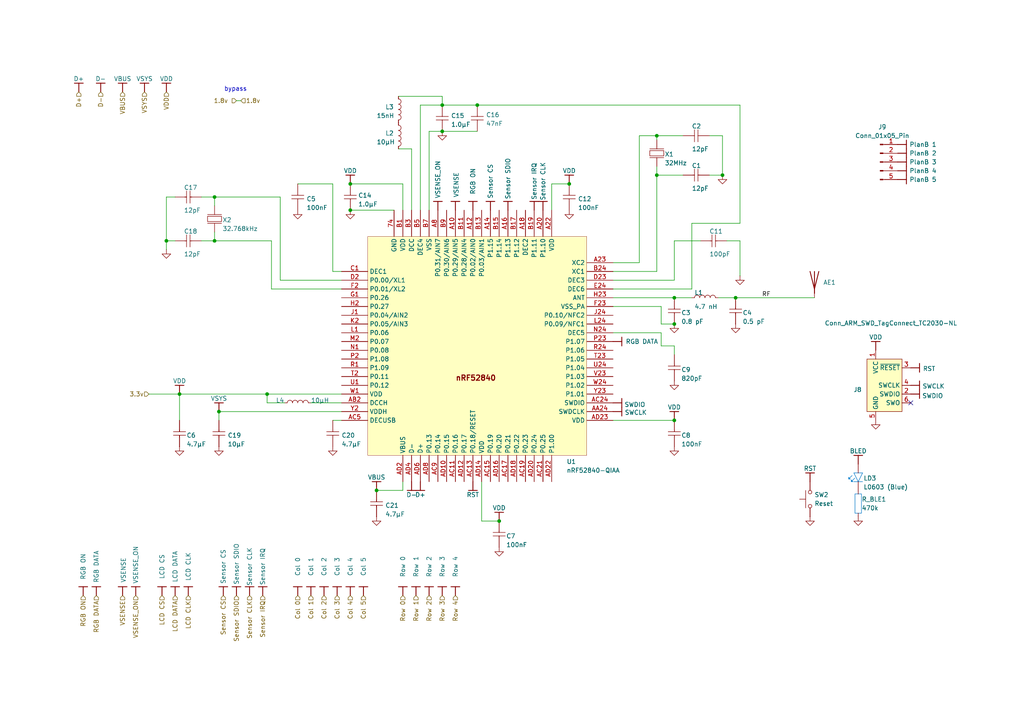
<source format=kicad_sch>
(kicad_sch (version 20250114) (generator "eeschema") (generator_version "9.0")
  (paper "A4")
  (text "bypass" (at 68.326 25.908 0) (effects (font (size 1.27 1.27))))
  (junction (at 109.22 142.24))
  (junction (at 138.43 30.48))
  (junction (at 52.07 114.3))
  (junction (at 77.47 114.3))
  (junction (at 190.5 50.8))
  (junction (at 128.27 38.1))
  (junction (at 144.78 151.13))
  (junction (at 195.58 93.98))
  (junction (at 213.36 86.36))
  (junction (at 62.23 69.85))
  (junction (at 63.5 119.38))
  (junction (at 165.1 53.34))
  (junction (at 48.26 69.85))
  (junction (at 62.23 57.15))
  (junction (at 190.5 39.37))
  (junction (at 128.27 30.48))
  (junction (at 209.55 50.8))
  (junction (at 195.58 86.36))
  (junction (at 101.6 60.96))
  (junction (at 101.6 53.34))
  (junction (at 195.58 121.92))
  (no_connect (at 264.16 116.84))
  (wire (pts (xy 114.3 60.96) (xy 101.6 60.96)))
  (wire (pts (xy 177.8 88.9) (xy 191.77 88.9)))
  (wire (pts (xy 62.23 69.85) (xy 62.23 67.31)))
  (wire (pts (xy 63.5 119.38) (xy 99.06 119.38)))
  (wire (pts (xy 81.28 57.15) (xy 62.23 57.15)))
  (wire (pts (xy 48.26 69.85) (xy 48.26 57.15)))
  (wire (pts (xy 190.5 39.37) (xy 190.5 40.64)))
  (wire (pts (xy 128.27 27.94) (xy 115.57 27.94)))
  (wire (pts (xy 205.74 50.8) (xy 209.55 50.8)))
  (wire (pts (xy 48.26 69.85) (xy 50.8 69.85)))
  (wire (pts (xy 116.84 142.24) (xy 116.84 139.7)))
  (wire (pts (xy 52.07 114.3) (xy 52.07 121.92)))
  (wire (pts (xy 68.58 29.21) (xy 69.85 29.21)))
  (wire (pts (xy 58.42 69.85) (xy 62.23 69.85)))
  (wire (pts (xy 198.12 50.8) (xy 190.5 50.8)))
  (wire (pts (xy 62.23 59.69) (xy 62.23 57.15)))
  (wire (pts (xy 200.66 86.36) (xy 195.58 86.36)))
  (wire (pts (xy 209.55 39.37) (xy 205.74 39.37)))
  (wire (pts (xy 200.66 64.77) (xy 200.66 83.82)))
  (wire (pts (xy 86.36 53.34) (xy 96.52 53.34)))
  (wire (pts (xy 77.47 116.84) (xy 77.47 114.3)))
  (wire (pts (xy 128.27 38.1) (xy 138.43 38.1)))
  (wire (pts (xy 185.42 39.37) (xy 190.5 39.37)))
  (wire (pts (xy 195.58 86.36) (xy 177.8 86.36)))
  (wire (pts (xy 82.55 116.84) (xy 77.47 116.84)))
  (wire (pts (xy 214.63 80.01) (xy 214.63 69.85)))
  (wire (pts (xy 109.22 142.24) (xy 116.84 142.24)))
  (wire (pts (xy 121.92 30.48) (xy 128.27 30.48)))
  (wire (pts (xy 195.58 81.28) (xy 195.58 69.85)))
  (wire (pts (xy 116.84 53.34) (xy 116.84 60.96)))
  (wire (pts (xy 48.26 72.39) (xy 48.26 69.85)))
  (wire (pts (xy 139.7 151.13) (xy 139.7 139.7)))
  (wire (pts (xy 77.47 114.3) (xy 52.07 114.3)))
  (wire (pts (xy 160.02 60.96) (xy 160.02 53.34)))
  (wire (pts (xy 124.46 60.96) (xy 124.46 38.1)))
  (wire (pts (xy 214.63 69.85) (xy 210.82 69.85)))
  (wire (pts (xy 99.06 114.3) (xy 77.47 114.3)))
  (wire (pts (xy 124.46 38.1) (xy 128.27 38.1)))
  (wire (pts (xy 177.8 76.2) (xy 185.42 76.2)))
  (wire (pts (xy 62.23 69.85) (xy 78.74 69.85)))
  (wire (pts (xy 213.36 86.36) (xy 236.22 86.36)))
  (wire (pts (xy 121.92 60.96) (xy 121.92 30.48)))
  (wire (pts (xy 214.63 64.77) (xy 200.66 64.77)))
  (wire (pts (xy 191.77 96.52) (xy 191.77 100.33)))
  (wire (pts (xy 138.43 30.48) (xy 214.63 30.48)))
  (wire (pts (xy 190.5 39.37) (xy 198.12 39.37)))
  (wire (pts (xy 160.02 53.34) (xy 165.1 53.34)))
  (wire (pts (xy 48.26 57.15) (xy 50.8 57.15)))
  (wire (pts (xy 119.38 60.96) (xy 119.38 43.18)))
  (wire (pts (xy 119.38 43.18) (xy 115.57 43.18)))
  (wire (pts (xy 78.74 83.82) (xy 99.06 83.82)))
  (wire (pts (xy 128.27 30.48) (xy 138.43 30.48)))
  (wire (pts (xy 191.77 100.33) (xy 195.58 100.33)))
  (wire (pts (xy 78.74 69.85) (xy 78.74 83.82)))
  (wire (pts (xy 177.8 96.52) (xy 191.77 96.52)))
  (wire (pts (xy 190.5 78.74) (xy 177.8 78.74)))
  (wire (pts (xy 128.27 30.48) (xy 128.27 27.94)))
  (wire (pts (xy 177.8 121.92) (xy 195.58 121.92)))
  (wire (pts (xy 96.52 53.34) (xy 96.52 78.74)))
  (wire (pts (xy 214.63 30.48) (xy 214.63 64.77)))
  (wire (pts (xy 96.52 78.74) (xy 99.06 78.74)))
  (wire (pts (xy 43.18 114.3) (xy 52.07 114.3)))
  (wire (pts (xy 144.78 151.13) (xy 139.7 151.13)))
  (wire (pts (xy 99.06 81.28) (xy 81.28 81.28)))
  (wire (pts (xy 200.66 83.82) (xy 177.8 83.82)))
  (wire (pts (xy 190.5 50.8) (xy 190.5 78.74)))
  (wire (pts (xy 177.8 81.28) (xy 195.58 81.28)))
  (wire (pts (xy 191.77 88.9) (xy 191.77 93.98)))
  (wire (pts (xy 191.77 93.98) (xy 195.58 93.98)))
  (wire (pts (xy 208.28 86.36) (xy 213.36 86.36)))
  (wire (pts (xy 101.6 53.34) (xy 116.84 53.34)))
  (wire (pts (xy 195.58 69.85) (xy 203.2 69.85)))
  (wire (pts (xy 209.55 50.8) (xy 209.55 39.37)))
  (wire (pts (xy 81.28 81.28) (xy 81.28 57.15)))
  (wire (pts (xy 96.52 121.92) (xy 99.06 121.92)))
  (wire (pts (xy 63.5 121.92) (xy 63.5 119.38)))
  (wire (pts (xy 195.58 100.33) (xy 195.58 102.87)))
  (wire (pts (xy 62.23 57.15) (xy 58.42 57.15)))
  (wire (pts (xy 185.42 76.2) (xy 185.42 39.37)))
  (wire (pts (xy 190.5 48.26) (xy 190.5 50.8)))
  (wire (pts (xy 90.17 116.84) (xy 99.06 116.84)))
  (label "RF" (at 220.98 86.36 0))
  (hierarchical_label "Row 0" (shape input) (at 116.84 172.72 270))
  (hierarchical_label "Col 1" (shape input) (at 90.17 172.72 270))
  (hierarchical_label "Sensor CS" (shape input) (at 64.77 172.72 270))
  (hierarchical_label "Sensor IRQ" (shape input) (at 76.2 172.72 270))
  (hierarchical_label "Row 2" (shape input) (at 124.46 172.72 270))
  (hierarchical_label "D+" (shape input) (at 22.86 26.67 270))
  (hierarchical_label "VBUS" (shape input) (at 35.56 26.67 270))
  (hierarchical_label "D-" (shape input) (at 29.21 26.67 270))
  (hierarchical_label "LCD CS" (shape input) (at 46.99 172.72 270))
  (hierarchical_label "1.8v" (shape input) (at 69.85 29.21 0))
  (hierarchical_label "VSYS" (shape input) (at 41.91 26.67 270))
  (hierarchical_label "LCD CLK" (shape input) (at 54.61 172.72 270))
  (hierarchical_label "VSENSE" (shape input) (at 35.56 172.72 270))
  (hierarchical_label "RGB DATA" (shape input) (at 27.94 172.72 270))
  (hierarchical_label "Sensor SDIO" (shape input) (at 68.58 172.72 270))
  (hierarchical_label "Row 1" (shape input) (at 120.65 172.72 270))
  (hierarchical_label "Col 5" (shape input) (at 105.41 172.72 270))
  (hierarchical_label "Col 2" (shape input) (at 93.98 172.72 270))
  (hierarchical_label "RGB ON" (shape input) (at 24.13 172.72 270))
  (hierarchical_label "Row 3" (shape input) (at 128.27 172.72 270))
  (hierarchical_label "Row 4" (shape input) (at 132.08 172.72 270))
  (hierarchical_label "3.3v" (shape input) (at 43.18 114.3 180))
  (hierarchical_label "1.8v " (shape input) (at 68.58 29.21 180))
  (hierarchical_label "Col 0" (shape input) (at 86.36 172.72 270))
  (hierarchical_label "Col 3" (shape input) (at 97.79 172.72 270))
  (hierarchical_label "VSENSE_ON" (shape input) (at 39.37 172.72 270))
  (hierarchical_label "LCD DATA" (shape input) (at 50.8 172.72 270))
  (hierarchical_label "Sensor CLK" (shape input) (at 72.39 172.72 270))
  (hierarchical_label "VDD" (shape input) (at 48.26 26.67 270))
  (hierarchical_label "Col 4" (shape input) (at 101.6 172.72 270))
  (symbol (lib_id "nrf52840_qiaa_config4-altium-import:VBUS_BAR") (at 109.22 142.24 180) (unit 1)
    (property "Reference" "#PWR0164" (effects (hide yes)))
    (property "Value" "VBUS" (at 109.22 138.43 0))
  )
  (symbol (lib_id "AltiumLib:root_3_IND_AltiumLib.DbLib") (at 115.57 35.56 0) (unit 1)
    (property "Reference" "L2" (at 111.76 39.37 0) (effects (justify left bottom)))
    (property "Value" "10µH" (at 109.22 41.91 0) (effects (justify left bottom)))
    (property "Footprint" "Library:L_0603_1608" (effects (hide yes)))
    (property "Description" "Chip inductor, IDC,min = 50 mA, ±20%" (effects (hide yes)))
    (property "PART NUMBER" "L0603-10µ" (effects (hide yes)))
    (property "LATESTREVISIONDATE" "2012-09-19" (effects (hide yes)))
    (property "PAD COUNT" "2" (effects (hide yes)))
    (property "PUBLISHED" "2010-02-24" (effects (hide yes)))
    (property "ALTIUM_VALUE" "10µH" (effects (hide yes)))
    (property "FOOTPRINT DOC" "0603" (effects (hide yes)))
  )
  (symbol (lib_id "power:GND") (at 101.6 60.96 0) (unit 1)
    (property "Reference" "#PWR0163" (effects (hide yes)))
    (property "Value" "GND" (effects (hide yes)))
    (property "Description" "Power symbol creates a global label with name \"GND\" , ground" (effects (hide yes)))
  )
  (symbol (lib_id "npm1100_caax_config1-altium-import:VBUS_BAR") (at 177.8 99.06 90) (unit 1)
    (property "Reference" "#PWR049" (effects (hide yes)))
    (property "Value" "RGB DATA" (at 186.182 99.06 90))
  )
  (symbol (lib_id "power:GND") (at 52.07 129.54 0) (unit 1)
    (property "Reference" "#PWR051" (effects (hide yes)))
    (property "Value" "GND" (effects (hide yes)))
    (property "Description" "Power symbol creates a global label with name \"GND\" , ground" (effects (hide yes)))
  )
  (symbol (lib_id "power:GND") (at 214.63 80.01 0) (unit 1)
    (property "Reference" "#PWR0178" (effects (hide yes)))
    (property "Value" "GND" (effects (hide yes)))
    (property "Description" "Power symbol creates a global label with name \"GND\" , ground" (effects (hide yes)))
  )
  (symbol (lib_id "npm1100_caax_config1-altium-import:VBUS_BAR") (at 90.17 172.72 180) (unit 1)
    (property "Reference" "#PWR095" (effects (hide yes)))
    (property "Value" "Col 1" (at 90.17 164.338 90))
  )
  (symbol (lib_id "nrf52840_qiaa_config4-altium-import:VDD_nRF_BAR") (at 101.6 53.34 180) (unit 1)
    (property "Reference" "#PWR0162" (effects (hide yes)))
    (property "Value" "VDD" (at 101.6 49.53 0))
  )
  (symbol (lib_id "npm1100_caax_config1-altium-import:VBUS_BAR") (at 35.56 26.67 180) (unit 1)
    (property "Reference" "#PWR026" (effects (hide yes)))
    (property "Value" "VBUS" (at 35.56 22.86 0))
  )
  (symbol (lib_id "nrf52840_qiaa_config4-altium-import:VDD_nRF_BAR") (at 144.78 151.13 180) (unit 1)
    (property "Reference" "#PWR0167" (effects (hide yes)))
    (property "Value" "VDD" (at 144.78 147.32 0))
  )
  (symbol (lib_id "power:GND") (at 213.36 93.98 0) (unit 1)
    (property "Reference" "#PWR047" (effects (hide yes)))
    (property "Value" "GND" (effects (hide yes)))
    (property "Description" "Power symbol creates a global label with name \"GND\" , ground" (effects (hide yes)))
  )
  (symbol (lib_id "ScottoKeebs:Placeholder_Switch") (at 234.95 144.78 90) (unit 1)
    (property "Reference" "SW2" (at 236.22 143.5099 90) (effects (justify right)))
    (property "Value" "Reset" (at 236.22 146.0499 90) (effects (justify right)))
    (property "Footprint" "Button_Switch_SMD:SW_SPST_B3U-3000P-B" (effects (hide yes)))
    (property "Description" "Push button switch, generic, two pins" (effects (hide yes)))
  )
  (symbol (lib_id "nrf52840_ckaa_var4-altium-import:VDD_nRF_BAR") (at 177.8 119.38 90) (unit 1)
    (property "Reference" "#PWR0139" (effects (hide yes)))
    (property "Value" "SWCLK" (at 184.404 119.634 90))
  )
  (symbol (lib_id "AltiumLib:root_3_XTAL_2-pin_AltiumLib.DbLib") (at 62.23 59.69 0) (unit 1)
    (property "Reference" "X2" (at 64.516 64.516 0) (effects (justify left bottom)))
    (property "Value" "32.768kHz" (at 64.516 67.056 0) (effects (justify left bottom)))
    (property "Footprint" "EXC-1210:XTAL_ECS32761210TR" (effects (hide yes)))
    (property "Description" "XTAL SMD 3215, 32.768kHz, Cl=9pF, Total Tol: ±50ppm" (effects (hide yes)))
    (property "PART NUMBER" "XTAL_SMD3215_32.768kHz_9pF_General" (effects (hide yes)))
    (property "LATESTREVISIONDATE" "2016-08-19" (effects (hide yes)))
    (property "PAD COUNT" "2" (effects (hide yes)))
    (property "PUBLISHED" "2016-08-19" (effects (hide yes)))
    (property "ALTIUM_VALUE" "32.768kHz" (effects (hide yes)))
    (property "FOOTPRINT DOC" "XTAL_3215" (effects (hide yes)))
    (property "MANUFACTURER" "*" (effects (hide yes)))
    (property "MANUFACTURER PART NUMBER" "*" (effects (hide yes)))
    (property "PIN COUNT" "2" (effects (hide yes)))
    (property "PUBLISHER" "Nordic Semiconductor" (effects (hide yes)))
  )
  (symbol (lib_id "AltiumLib:root_3_CAP_AltiumLib.DbLib") (at 144.78 151.13 0) (unit 1)
    (property "Reference" "C7" (at 146.812 156.21 0) (effects (justify left bottom)))
    (property "Value" "100nF" (at 146.812 158.75 0) (effects (justify left bottom)))
    (property "Footprint" "Library:C_0402_1005" (effects (hide yes)))
    (property "Description" "Capacitor, X7R, ±10%" (effects (hide yes)))
    (property "PART NUMBER" "C0402-100n" (effects (hide yes)))
    (property "LATESTREVISIONDATE" "2009-11-23" (effects (hide yes)))
    (property "PAD COUNT" "2" (effects (hide yes)))
    (property "PUBLISHED" "2009-05-08" (effects (hide yes)))
    (property "ALTIUM_VALUE" "100nF" (effects (hide yes)))
    (property "FOOTPRINT DOC" "0402" (effects (hide yes)))
  )
  (symbol (lib_id "npm1100_caax_config1-altium-import:VBUS_BAR") (at 128.27 172.72 180) (unit 1)
    (property "Reference" "#PWR0103" (effects (hide yes)))
    (property "Value" "Row 3" (at 128.27 164.338 90))
  )
  (symbol (lib_id "npm1100_caax_config1-altium-import:VBUS_BAR") (at 24.13 172.72 180) (unit 1)
    (property "Reference" "#PWR0105" (effects (hide yes)))
    (property "Value" "RGB ON" (at 24.13 164.338 90))
  )
  (symbol (lib_id "nrf52840_qiaa_config4-altium-import:VDD_nRF_BAR") (at 165.1 53.34 180) (unit 1)
    (property "Reference" "#PWR0170" (effects (hide yes)))
    (property "Value" "VDD" (at 165.1 49.53 0))
  )
  (symbol (lib_name "root_0_CAP_AltiumLib.DbLib_1") (lib_id "AltiumLib:root_0_CAP_AltiumLib.DbLib") (at 203.2 69.85 0) (unit 1)
    (property "Reference" "C11" (at 205.74 67.818 0) (effects (justify left bottom)))
    (property "Value" "100pF" (at 205.74 74.422 0) (effects (justify left bottom)))
    (property "Footprint" "Library:C_0402_1005" (effects (hide yes)))
    (property "Description" "Capacitor, NP0, ±5%" (effects (hide yes)))
    (property "PART NUMBER" "C0402-100p" (effects (hide yes)))
    (property "LATESTREVISIONDATE" "2009-05-08" (effects (hide yes)))
    (property "PAD COUNT" "2" (effects (hide yes)))
    (property "PUBLISHED" "2009-05-08" (effects (hide yes)))
    (property "ALTIUM_VALUE" "100pF" (effects (hide yes)))
    (property "FOOTPRINT DOC" "0402" (effects (hide yes)))
  )
  (symbol (lib_id "npm1100_caax_config1-altium-import:VBUS_BAR") (at 86.36 172.72 180) (unit 1)
    (property "Reference" "#PWR094" (effects (hide yes)))
    (property "Value" "Col 0" (at 86.36 164.338 90))
  )
  (symbol (lib_id "npm1100_caax_config1-altium-import:VBUS_BAR") (at 124.46 172.72 180) (unit 1)
    (property "Reference" "#PWR0102" (effects (hide yes)))
    (property "Value" "Row 2" (at 124.46 164.338 90))
  )
  (symbol (lib_name "root_3_CAP_AltiumLib.DbLib_4") (lib_id "AltiumLib:root_3_CAP_AltiumLib.DbLib") (at 101.6 53.34 0) (unit 1)
    (property "Reference" "C14" (at 103.886 57.404 0) (effects (justify left bottom)))
    (property "Value" "1.0µF" (at 103.886 59.944 0) (effects (justify left bottom)))
    (property "Footprint" "Library:C_0603_1608" (effects (hide yes)))
    (property "Description" "Capacitor, X7R, ±10%" (effects (hide yes)))
    (property "PART NUMBER" "C0603-1µ0" (effects (hide yes)))
    (property "LATESTREVISIONDATE" "2013-06-05" (effects (hide yes)))
    (property "PAD COUNT" "2" (effects (hide yes)))
    (property "PUBLISHED" "2009-05-08" (effects (hide yes)))
    (property "ALTIUM_VALUE" "1.0µF" (effects (hide yes)))
    (property "FOOTPRINT DOC" "0603" (effects (hide yes)))
  )
  (symbol (lib_id "power:GND") (at 234.95 149.86 0) (unit 1)
    (property "Reference" "#PWR032" (effects (hide yes)))
    (property "Value" "GND" (effects (hide yes)))
    (property "Description" "Power symbol creates a global label with name \"GND\" , ground" (effects (hide yes)))
  )
  (symbol (lib_id "power:GND") (at 248.92 149.86 0) (unit 1)
    (property "Reference" "#PWR0108" (effects (hide yes)))
    (property "Value" "GND" (effects (hide yes)))
    (property "Description" "Power symbol creates a global label with name \"GND\" , ground" (effects (hide yes)))
  )
  (symbol (lib_id "npm1100_caax_config1-altium-import:VBUS_BAR") (at 27.94 172.72 180) (unit 1)
    (property "Reference" "#PWR0106" (effects (hide yes)))
    (property "Value" "RGB DATA" (at 27.94 164.338 90))
  )
  (symbol (lib_id "AltiumLib:root_3_CAP_AltiumLib.DbLib") (at 195.58 102.87 0) (unit 1)
    (property "Reference" "C9" (at 197.612 107.95 0) (effects (justify left bottom)))
    (property "Value" "820pF" (at 197.612 110.49 0) (effects (justify left bottom)))
    (property "Footprint" "Library:C_0402_1005" (effects (hide yes)))
    (property "Description" "Capacitor, X7R, ±10%" (effects (hide yes)))
    (property "PART NUMBER" "C0402-100n" (effects (hide yes)))
    (property "LATESTREVISIONDATE" "2009-11-23" (effects (hide yes)))
    (property "PAD COUNT" "2" (effects (hide yes)))
    (property "PUBLISHED" "2009-05-08" (effects (hide yes)))
    (property "ALTIUM_VALUE" "100nF" (effects (hide yes)))
    (property "FOOTPRINT DOC" "0402" (effects (hide yes)))
  )
  (symbol (lib_name "root_3_CAP_AltiumLib.DbLib_1") (lib_id "AltiumLib:root_3_CAP_AltiumLib.DbLib") (at 109.22 142.24 0) (unit 1)
    (property "Reference" "C21" (at 111.76 147.32 0) (effects (justify left bottom)))
    (property "Value" "4.7µF" (at 111.76 149.86 0) (effects (justify left bottom)))
    (property "Footprint" "Library:C_0603_1608" (effects (hide yes)))
    (property "Description" "Capacitor, X7S, ±10%" (effects (hide yes)))
    (property "PART NUMBER" "C0603-4µ7-10V-X7S" (effects (hide yes)))
    (property "LATESTREVISIONDATE" "2016-08-15" (effects (hide yes)))
    (property "PAD COUNT" "2" (effects (hide yes)))
    (property "PUBLISHED" "2016-08-15" (effects (hide yes)))
    (property "ALTIUM_VALUE" "4.7µF" (effects (hide yes)))
    (property "FOOTPRINT DOC" "0603" (effects (hide yes)))
  )
  (symbol (lib_id "npm1100_caax_config1-altium-import:VBUS_BAR") (at 22.86 26.67 180) (unit 1)
    (property "Reference" "#PWR041" (effects (hide yes)))
    (property "Value" "D+" (at 22.86 22.86 0))
  )
  (symbol (lib_id "power:GND") (at 48.26 72.39 0) (unit 1)
    (property "Reference" "#PWR044" (effects (hide yes)))
    (property "Value" "GND" (effects (hide yes)))
    (property "Description" "Power symbol creates a global label with name \"GND\" , ground" (effects (hide yes)))
  )
  (symbol (lib_id "AltiumLib:root_3_CAP_AltiumLib.DbLib") (at 138.43 30.48 0) (unit 1)
    (property "Reference" "C16" (at 140.97 34.036 0) (effects (justify left bottom)))
    (property "Value" "47nF" (at 140.97 36.576 0) (effects (justify left bottom)))
    (property "Footprint" "Library:C_0402_1005" (effects (hide yes)))
    (property "Description" "Capacitor, X7R, ±10%" (effects (hide yes)))
    (property "PART NUMBER" "C0402-47n" (effects (hide yes)))
    (property "LATESTREVISIONDATE" "2009-05-08" (effects (hide yes)))
    (property "PAD COUNT" "2" (effects (hide yes)))
    (property "PUBLISHED" "2009-05-08" (effects (hide yes)))
    (property "ALTIUM_VALUE" "47nF" (effects (hide yes)))
    (property "FOOTPRINT DOC" "0402" (effects (hide yes)))
  )
  (symbol (lib_id "npm1100_caax_config1-altium-import:VBUS_BAR") (at 101.6 172.72 180) (unit 1)
    (property "Reference" "#PWR098" (effects (hide yes)))
    (property "Value" "Col 4" (at 101.6 164.338 90))
  )
  (symbol (lib_id "nrf52840_ckaa_var4-altium-import:VDD_nRF_BAR") (at 234.95 139.7 180) (unit 1)
    (property "Reference" "#PWR043" (effects (hide yes)))
    (property "Value" "RST" (at 234.95 135.89 0))
  )
  (symbol (lib_id "AltiumLib:root_1_XTAL_4-pin_grounded_AltiumLib.DbLib") (at 190.5 48.26 0) (unit 1)
    (property "Reference" "X1" (at 192.786 45.466 0) (effects (justify left bottom)))
    (property "Value" "32MHz" (at 192.786 48.006 0) (effects (justify left bottom)))
    (property "Footprint" "NX1612SA-32.000MHZ-CHP:OSCSC105P160X120X35-4N" (effects (hide yes)))
    (property "Description" "XTAL SMD 2016, 32MHz, Cl=8pF, Total Tol: ±40ppm" (effects (hide yes)))
    (property "PART NUMBER" "XTAL_SMD2016_32MHz_8pF_General" (effects (hide yes)))
    (property "LATESTREVISIONDATE" "2016-08-19" (effects (hide yes)))
    (property "PAD COUNT" "4" (effects (hide yes)))
    (property "PUBLISHED" "2016-08-19" (effects (hide yes)))
    (property "ALTIUM_VALUE" "32MHz" (effects (hide yes)))
    (property "FOOTPRINT DOC" "XTAL_2016" (effects (hide yes)))
  )
  (symbol (lib_name "root_3_mirrored_D{colon}LED_AltiumLib.DbLib_1") (lib_id "AltiumLib:root_3_mirrored_D{colon}LED_AltiumLib.DbLib") (at 248.92 134.62 0) (unit 1)
    (property "Reference" "LD3" (at 250.444 139.446 0) (effects (justify left bottom)))
    (property "Value" "L0603 (Blue)" (at 250.444 141.986 0) (effects (justify left bottom)))
    (property "Footprint" "Library:LED_0603_1608" (effects (hide yes)))
    (property "Description" "LED, SMD, Red" (effects (hide yes)))
    (property "FOOTPRINT DOC" "0603" (effects (hide yes)))
    (property "ALTIUM_VALUE" "L0603R" (effects (hide yes)))
    (property "COMPONENT CLASS" "Optoelectronics" (effects (hide yes)))
    (property "PAD COUNT" "2" (effects (hide yes)))
  )
  (symbol (lib_id "power:GND") (at 63.5 129.54 0) (unit 1)
    (property "Reference" "#PWR0159" (effects (hide yes)))
    (property "Value" "GND" (effects (hide yes)))
    (property "Description" "Power symbol creates a global label with name \"GND\" , ground" (effects (hide yes)))
  )
  (symbol (lib_id "AltiumLib:root_1_CAP_AltiumLib.DbLib") (at 213.36 93.98 0) (unit 1)
    (property "Reference" "C4" (at 215.392 91.44 0) (effects (justify left bottom)))
    (property "Value" "0.5 pF" (at 215.392 93.98 0) (effects (justify left bottom)))
    (property "Footprint" "Library:C_0402_1005" (effects (hide yes)))
    (property "Description" "Capacitor, NP0, ±10%" (effects (hide yes)))
    (property "PART NUMBER" "C0402-0.8p" (effects (hide yes)))
    (property "LATESTREVISIONDATE" "2012-11-21" (effects (hide yes)))
    (property "PAD COUNT" "2" (effects (hide yes)))
    (property "PUBLISHED" "2009-05-08" (effects (hide yes)))
    (property "ALTIUM_VALUE" "0.8pF" (effects (hide yes)))
    (property "FOOTPRINT DOC" "0402" (effects (hide yes)))
  )
  (symbol (lib_id "npm1100_caax_config1-altium-import:VBUS_BAR") (at 116.84 172.72 180) (unit 1)
    (property "Reference" "#PWR0100" (effects (hide yes)))
    (property "Value" "Row 0" (at 116.84 164.338 90))
  )
  (symbol (lib_id "power:GND") (at 195.58 129.54 0) (unit 1)
    (property "Reference" "#PWR0173" (effects (hide yes)))
    (property "Value" "GND" (effects (hide yes)))
    (property "Description" "Power symbol creates a global label with name \"GND\" , ground" (effects (hide yes)))
  )
  (symbol (lib_id "nrf52840_ckaa_var4-altium-import:VDD_nRF_BAR") (at 137.16 139.7 0) (unit 1)
    (property "Reference" "#PWR045" (effects (hide yes)))
    (property "Value" "RST" (at 137.16 143.51 0))
  )
  (symbol (lib_id "power:GND") (at 128.27 38.1 0) (unit 1)
    (property "Reference" "#PWR0166" (effects (hide yes)))
    (property "Value" "GND" (effects (hide yes)))
    (property "Description" "Power symbol creates a global label with name \"GND\" , ground" (effects (hide yes)))
  )
  (symbol (lib_id "AltiumLib:root_3_CAP_AltiumLib.DbLib") (at 165.1 53.34 0) (unit 1)
    (property "Reference" "C12" (at 167.64 58.42 0) (effects (justify left bottom)))
    (property "Value" "100nF" (at 167.64 60.96 0) (effects (justify left bottom)))
    (property "Footprint" "Library:C_0402_1005" (effects (hide yes)))
    (property "Description" "Capacitor, X7R, ±10%" (effects (hide yes)))
    (property "PART NUMBER" "C0402-100n" (effects (hide yes)))
    (property "LATESTREVISIONDATE" "2009-11-23" (effects (hide yes)))
    (property "PAD COUNT" "2" (effects (hide yes)))
    (property "PUBLISHED" "2009-05-08" (effects (hide yes)))
    (property "ALTIUM_VALUE" "100nF" (effects (hide yes)))
    (property "FOOTPRINT DOC" "0402" (effects (hide yes)))
  )
  (symbol (lib_id "npm1100_caax_config1-altium-import:VBUS_BAR") (at 147.32 60.96 180) (unit 1)
    (property "Reference" "#PWR024" (effects (hide yes)))
    (property "Value" "Sensor SDIO" (at 147.32 51.816 90))
  )
  (symbol (lib_id "npm1100_caax_config1-altium-import:VOUT_BAR") (at 127 60.96 180) (unit 1)
    (property "Reference" "#PWR052" (effects (hide yes)))
    (property "Value" "VSENSE_ON" (at 127 52.07 90))
  )
  (symbol (lib_id "npm1100_caax_config1-altium-import:VBUS_BAR") (at 105.41 172.72 180) (unit 1)
    (property "Reference" "#PWR099" (effects (hide yes)))
    (property "Value" "Col 5" (at 105.41 164.338 90))
  )
  (symbol (lib_id "AltiumLib:root_3_CAP_AltiumLib.DbLib") (at 86.36 53.34 0) (unit 1)
    (property "Reference" "C5" (at 88.9 58.42 0) (effects (justify left bottom)))
    (property "Value" "100nF" (at 88.9 60.96 0) (effects (justify left bottom)))
    (property "Footprint" "Library:C_0402_1005" (effects (hide yes)))
    (property "Description" "Capacitor, X7R, ±10%" (effects (hide yes)))
    (property "PART NUMBER" "C0402-100n" (effects (hide yes)))
    (property "LATESTREVISIONDATE" "2009-11-23" (effects (hide yes)))
    (property "PAD COUNT" "2" (effects (hide yes)))
    (property "PUBLISHED" "2009-05-08" (effects (hide yes)))
    (property "ALTIUM_VALUE" "100nF" (effects (hide yes)))
    (property "FOOTPRINT DOC" "0402" (effects (hide yes)))
  )
  (symbol (lib_name "root_3_CAP_AltiumLib.DbLib_6") (lib_id "AltiumLib:root_3_CAP_AltiumLib.DbLib") (at 52.07 121.92 0) (unit 1)
    (property "Reference" "C6" (at 54.102 127 0) (effects (justify left bottom)))
    (property "Value" "4.7µF" (at 54.102 129.54 0) (effects (justify left bottom)))
    (property "Footprint" "Library:C_0603_1608" (effects (hide yes)))
    (property "Description" "Capacitor, X7R, ±10%" (effects (hide yes)))
    (property "PART NUMBER" "C0603-4µ7-6.3V-X7R" (effects (hide yes)))
    (property "LATESTREVISIONDATE" "2015-06-10" (effects (hide yes)))
    (property "PAD COUNT" "2" (effects (hide yes)))
    (property "PUBLISHED" "2015-06-10" (effects (hide yes)))
    (property "ALTIUM_VALUE" "4.7µF" (effects (hide yes)))
    (property "FOOTPRINT DOC" "0603" (effects (hide yes)))
  )
  (symbol (lib_id "npm1100_caax_config1-altium-import:VBUS_BAR") (at 29.21 26.67 180) (unit 1)
    (property "Reference" "#PWR042" (effects (hide yes)))
    (property "Value" "D-" (at 29.21 22.86 0))
  )
  (symbol (lib_id "nrf52840_ckaa_var4-altium-import:VDD_nRF_BAR") (at 260.35 44.45 90) (unit 1)
    (property "Reference" "#PWR0141" (effects (hide yes)))
    (property "Value" "PlanB 2" (at 267.716 44.45 90))
  )
  (symbol (lib_id "npm1100_caax_config1-altium-import:VBUS_BAR") (at 46.99 172.72 180) (unit 1)
    (property "Reference" "#PWR035" (effects (hide yes)))
    (property "Value" "LCD CS" (at 46.99 164.338 90))
  )
  (symbol (lib_id "AltiumLib:root_3_mirrored_RES_AltiumLib.DbLib") (at 248.92 142.24 0) (unit 1)
    (property "Reference" "R_BLE1" (at 249.936 145.542 0) (effects (justify left bottom)))
    (property "Value" "470k" (at 249.936 148.082 0) (effects (justify left bottom)))
    (property "Footprint" "Library:R_0402_1005" (effects (hide yes)))
    (property "Description" "Resistor, ±1%, 0.05W" (effects (hide yes)))
    (property "FOOTPRINT DOC" "0201" (effects (hide yes)))
    (property "ALTIUM_VALUE" "10k" (effects (hide yes)))
    (property "COMPONENT CLASS" "Resistors" (effects (hide yes)))
    (property "PAD COUNT" "2" (effects (hide yes)))
  )
  (symbol (lib_id "Connector:Conn_01x05_Pin") (at 255.27 46.99 0) (unit 1)
    (property "Reference" "J9" (at 255.905 36.83 0))
    (property "Value" "Conn_01x05_Pin" (at 255.905 39.37 0))
    (property "Footprint" "Connector_JST:JST_SHL_SM05B-SHLS-TF_1x05-1MP_P1.00mm_Horizontal" (effects (hide yes)))
    (property "Description" "Generic connector, single row, 01x05, script generated" (effects (hide yes)))
  )
  (symbol (lib_id "nrf52840_ckaa_var4-altium-import:VDD_nRF_BAR") (at 260.35 52.07 90) (unit 1)
    (property "Reference" "#PWR0144" (effects (hide yes)))
    (property "Value" "PlanB 5" (at 267.716 52.07 90))
  )
  (symbol (lib_id "npm1100_caax_config1-altium-import:VBUS_BAR") (at 72.39 172.72 180) (unit 1)
    (property "Reference" "#PWR092" (effects (hide yes)))
    (property "Value" "Sensor CLK" (at 72.39 164.338 90))
  )
  (symbol (lib_id "power:GND") (at 96.52 129.54 0) (unit 1)
    (property "Reference" "#PWR0161" (effects (hide yes)))
    (property "Value" "GND" (effects (hide yes)))
    (property "Description" "Power symbol creates a global label with name \"GND\" , ground" (effects (hide yes)))
  )
  (symbol (lib_id "npm1100_caax_config1-altium-import:VBUS_BAR") (at 132.08 172.72 180) (unit 1)
    (property "Reference" "#PWR0104" (effects (hide yes)))
    (property "Value" "Row 4" (at 132.08 164.338 90))
  )
  (symbol (lib_name "root_3_CAP_AltiumLib.DbLib_7") (lib_id "AltiumLib:root_3_CAP_AltiumLib.DbLib") (at 63.5 121.92 0) (unit 1)
    (property "Reference" "C19" (at 66.04 127 0) (effects (justify left bottom)))
    (property "Value" "10µF" (at 66.04 129.54 0) (effects (justify left bottom)))
    (property "Footprint" "Library:C_0603_1608" (effects (hide yes)))
    (property "Description" "Capacitor, X7S, ±10%" (effects (hide yes)))
    (property "PART NUMBER" "C0603-4µ7-10V-X7S" (effects (hide yes)))
    (property "LATESTREVISIONDATE" "2016-08-15" (effects (hide yes)))
    (property "PAD COUNT" "2" (effects (hide yes)))
    (property "PUBLISHED" "2016-08-15" (effects (hide yes)))
    (property "ALTIUM_VALUE" "4.7µF" (effects (hide yes)))
    (property "FOOTPRINT DOC" "0603" (effects (hide yes)))
  )
  (symbol (lib_id "AltiumLib:root_0_nRF52840_QIAA_AltiumLib.DbLib") (at 106.68 132.08 0) (unit 1)
    (property "Reference" "U1" (at 164.338 134.62 0) (effects (justify left bottom)))
    (property "Value" "nRF52840-QIAA" (at 164.338 137.16 0) (effects (justify left bottom)))
    (property "Footprint" "Package_DFN_QFN:Nordic_AQFN-73-1EP_7x7mm_P0.5mm" (effects (hide yes)))
    (property "Description" "Multi-protocol Bluetooth Low Energy, IEEE 802.15.4, ANT and 2.4GHz proprietary system-on-chip" (effects (hide yes)))
    (property "PART NUMBER" "nRF52840-QIAA" (effects (hide yes)))
    (property "LATESTREVISIONDATE" "2017-08-21" (effects (hide yes)))
    (property "PUBLISHED" "2017-08-21" (effects (hide yes)))
    (property "ALTIUM_VALUE" "nRF52840-QIAA" (effects (hide yes)))
    (property "FOOTPRINT DOC" "AQFN-73" (effects (hide yes)))
    (property "PAD COUNT" "73" (effects (hide yes)))
  )
  (symbol (lib_id "nrf52840_ckaa_var4-altium-import:VDD_nRF_BAR") (at 177.8 116.84 90) (unit 1)
    (property "Reference" "#PWR0138" (effects (hide yes)))
    (property "Value" "SWDIO" (at 184.15 117.348 90))
  )
  (symbol (lib_id "npm1100_caax_config1-altium-import:VBUS_BAR") (at 68.58 172.72 180) (unit 1)
    (property "Reference" "#PWR091" (effects (hide yes)))
    (property "Value" "Sensor SDIO" (at 68.58 163.576 90))
  )
  (symbol (lib_id "AltiumLib:root_0_CAP_AltiumLib.DbLib") (at 198.12 39.37 0) (unit 1)
    (property "Reference" "C2" (at 200.66 37.338 0) (effects (justify left bottom)))
    (property "Value" "12pF" (at 200.66 43.942 0) (effects (justify left bottom)))
    (property "Footprint" "Library:C_0402_1005" (effects (hide yes)))
    (property "Description" "Capacitor, NP0, ±2%" (effects (hide yes)))
    (property "PART NUMBER" "C0402-12p" (effects (hide yes)))
    (property "LATESTREVISIONDATE" "2011-05-11" (effects (hide yes)))
    (property "PAD COUNT" "2" (effects (hide yes)))
    (property "PUBLISHED" "2009-05-08" (effects (hide yes)))
    (property "ALTIUM_VALUE" "12pF" (effects (hide yes)))
    (property "FOOTPRINT DOC" "0402" (effects (hide yes)))
  )
  (symbol (lib_id "npm1100_caax_config1-altium-import:VBUS_BAR") (at 142.24 60.96 180) (unit 1)
    (property "Reference" "#PWR021" (effects (hide yes)))
    (property "Value" "Sensor CS" (at 142.24 52.578 90))
  )
  (symbol (lib_id "nrf52840_qiaa_config4-altium-import:VDD_HV_BAR") (at 63.5 119.38 180) (unit 1)
    (property "Reference" "#PWR0158" (effects (hide yes)))
    (property "Value" "VSYS" (at 63.5 115.57 0))
  )
  (symbol (lib_id "nrf52840_ckaa_var4-altium-import:VDD_nRF_BAR") (at 248.92 134.62 180) (unit 1)
    (property "Reference" "#PWR0107" (effects (hide yes)))
    (property "Value" "BLED" (at 248.92 130.81 0))
  )
  (symbol (lib_name "root_1_CAP_AltiumLib.DbLib_1") (lib_id "AltiumLib:root_1_CAP_AltiumLib.DbLib") (at 128.27 38.1 0) (unit 1)
    (property "Reference" "C15" (at 130.81 34.29 0) (effects (justify left bottom)))
    (property "Value" "1.0µF" (at 130.81 36.83 0) (effects (justify left bottom)))
    (property "Footprint" "Library:C_0603_1608" (effects (hide yes)))
    (property "Description" "Capacitor, X7R, ±10%" (effects (hide yes)))
    (property "PART NUMBER" "C0603-1µ0" (effects (hide yes)))
    (property "LATESTREVISIONDATE" "2013-06-05" (effects (hide yes)))
    (property "PAD COUNT" "2" (effects (hide yes)))
    (property "PUBLISHED" "2009-05-08" (effects (hide yes)))
    (property "ALTIUM_VALUE" "1.0µF" (effects (hide yes)))
    (property "FOOTPRINT DOC" "0603" (effects (hide yes)))
  )
  (symbol (lib_id "npm1100_caax_config1-altium-import:VBUS_BAR") (at 93.98 172.72 180) (unit 1)
    (property "Reference" "#PWR096" (effects (hide yes)))
    (property "Value" "Col 2" (at 93.98 164.338 90))
  )
  (symbol (lib_id "nrf52840_ckaa_var4-altium-import:VDD_nRF_BAR") (at 260.35 49.53 90) (unit 1)
    (property "Reference" "#PWR0143" (effects (hide yes)))
    (property "Value" "PlanB 4" (at 267.716 49.53 90))
  )
  (symbol (lib_name "root_3_IND_AltiumLib.DbLib_1") (lib_id "AltiumLib:root_3_IND_AltiumLib.DbLib") (at 115.57 27.94 0) (unit 1)
    (property "Reference" "L3" (at 111.76 31.75 0) (effects (justify left bottom)))
    (property "Value" "15nH" (at 109.22 34.29 0) (effects (justify left bottom)))
    (property "Footprint" "Library:L_0402_1005" (effects (hide yes)))
    (property "Description" "High frequency chip inductor ±10%" (effects (hide yes)))
    (property "PART NUMBER" "L0402-15n" (effects (hide yes)))
    (property "LATESTREVISIONDATE" "2012-09-19" (effects (hide yes)))
    (property "PAD COUNT" "2" (effects (hide yes)))
    (property "PUBLISHED" "2010-07-12" (effects (hide yes)))
    (property "ALTIUM_VALUE" "15nH" (effects (hide yes)))
    (property "FOOTPRINT DOC" "0402" (effects (hide yes)))
  )
  (symbol (lib_id "AltiumLib:root_0_IND_AltiumLib.DbLib") (at 200.66 86.36 0) (unit 1)
    (property "Reference" "L1" (at 201.422 85.598 0) (effects (justify left bottom)))
    (property "Value" "4.7 nH" (at 201.422 89.662 0) (effects (justify left bottom)))
    (property "Footprint" "Library:L_0402_1005" (effects (hide yes)))
    (property "Description" "High frequency chip inductor ±5%" (effects (hide yes)))
    (property "PART NUMBER" "L0402-4n7" (effects (hide yes)))
    (property "LATESTREVISIONDATE" "2012-09-19" (effects (hide yes)))
    (property "PAD COUNT" "2" (effects (hide yes)))
    (property "PUBLISHED" "2009-05-08" (effects (hide yes)))
    (property "ALTIUM_VALUE" "4.7nH" (effects (hide yes)))
    (property "FOOTPRINT DOC" "0402" (effects (hide yes)))
  )
  (symbol (lib_id "nrf52840_qiaa_config4-altium-import:VDD_nRF_BAR") (at 195.58 121.92 180) (unit 1)
    (property "Reference" "#PWR0174" (effects (hide yes)))
    (property "Value" "VDD" (at 195.58 118.11 0))
  )
  (symbol (lib_id "AltiumLib:root_3_CAP_AltiumLib.DbLib") (at 195.58 121.92 0) (unit 1)
    (property "Reference" "C8" (at 197.612 127 0) (effects (justify left bottom)))
    (property "Value" "100nF" (at 197.612 129.54 0) (effects (justify left bottom)))
    (property "Footprint" "Library:C_0402_1005" (effects (hide yes)))
    (property "Description" "Capacitor, X7R, ±10%" (effects (hide yes)))
    (property "PART NUMBER" "C0402-100n" (effects (hide yes)))
    (property "LATESTREVISIONDATE" "2009-11-23" (effects (hide yes)))
    (property "PAD COUNT" "2" (effects (hide yes)))
    (property "PUBLISHED" "2009-05-08" (effects (hide yes)))
    (property "ALTIUM_VALUE" "100nF" (effects (hide yes)))
    (property "FOOTPRINT DOC" "0402" (effects (hide yes)))
  )
  (symbol (lib_id "power:GND") (at 254 121.92 0) (unit 1)
    (property "Reference" "#PWR0133" (effects (hide yes)))
    (property "Value" "GND" (effects (hide yes)))
    (property "Description" "Power symbol creates a global label with name \"GND\" , ground" (effects (hide yes)))
  )
  (symbol (lib_id "power:GND") (at 109.22 149.86 0) (unit 1)
    (property "Reference" "#PWR0165" (effects (hide yes)))
    (property "Value" "GND" (effects (hide yes)))
    (property "Description" "Power symbol creates a global label with name \"GND\" , ground" (effects (hide yes)))
  )
  (symbol (lib_id "AltiumLib:root_1_CAP_AltiumLib.DbLib") (at 195.58 93.98 0) (unit 1)
    (property "Reference" "C3" (at 197.612 91.44 0) (effects (justify left bottom)))
    (property "Value" "0.8 pF" (at 197.612 93.98 0) (effects (justify left bottom)))
    (property "Footprint" "Library:C_0402_1005" (effects (hide yes)))
    (property "Description" "Capacitor, NP0, ±10%" (effects (hide yes)))
    (property "PART NUMBER" "C0402-0.8p" (effects (hide yes)))
    (property "LATESTREVISIONDATE" "2012-11-21" (effects (hide yes)))
    (property "PAD COUNT" "2" (effects (hide yes)))
    (property "PUBLISHED" "2009-05-08" (effects (hide yes)))
    (property "ALTIUM_VALUE" "0.8pF" (effects (hide yes)))
    (property "FOOTPRINT DOC" "0402" (effects (hide yes)))
  )
  (symbol (lib_id "nrf52840_ckaa_var4-altium-import:VDD_nRF_BAR") (at 264.16 106.68 90) (unit 1)
    (property "Reference" "#PWR0134" (effects (hide yes)))
    (property "Value" "RST" (at 269.494 106.934 90))
  )
  (symbol (lib_id "nrf52840_ckaa_var4-altium-import:VDD_nRF_BAR") (at 260.35 46.99 90) (unit 1)
    (property "Reference" "#PWR0142" (effects (hide yes)))
    (property "Value" "PlanB 3" (at 267.716 46.99 90))
  )
  (symbol (lib_id "Connector:Conn_ARM_SWD_TagConnect_TC2030-NL") (at 256.54 111.76 0) (unit 1) (in_bom no)
    (property "Reference" "J8" (at 249.936 113.03 0) (effects (justify right)))
    (property "Value" "Conn_ARM_SWD_TagConnect_TC2030-NL" (at 277.622 93.726 0) (effects (justify right)))
    (property "Footprint" "Connector:Tag-Connect_TC2030-IDC-NL_2x03_P1.27mm_Vertical" (effects (hide yes)))
    (property "Datasheet" "https://www.tag-connect.com/wp-content/uploads/bsk-pdf-manager/TC2030-CTX_1.pdf" (effects (hide yes)))
    (property "Description" "Tag-Connect ARM Cortex SWD JTAG connector, 6 pin, no legs" (effects (hide yes)))
  )
  (symbol (lib_id "npm1100_caax_config1-altium-import:VOUT_BAR") (at 41.91 26.67 180) (unit 1)
    (property "Reference" "#PWR034" (effects (hide yes)))
    (property "Value" "VSYS" (at 41.91 22.86 0))
  )
  (symbol (lib_id "power:GND") (at 209.55 50.8 0) (unit 1)
    (property "Reference" "#PWR0176" (effects (hide yes)))
    (property "Value" "GND" (effects (hide yes)))
    (property "Description" "Power symbol creates a global label with name \"GND\" , ground" (effects (hide yes)))
  )
  (symbol (lib_id "power:GND") (at 195.58 110.49 0) (unit 1)
    (property "Reference" "#PWR048" (effects (hide yes)))
    (property "Value" "GND" (effects (hide yes)))
    (property "Description" "Power symbol creates a global label with name \"GND\" , ground" (effects (hide yes)))
  )
  (symbol (lib_id "Device:Antenna") (at 236.22 81.28 0) (unit 1)
    (property "Reference" "AE1" (at 238.76 81.9149 0) (effects (justify left)))
    (property "Value" "2450AT18A100E" (effects (hide yes)))
    (property "Footprint" "YAGEO Antenna:ANT2012LL13R2400A" (effects (hide yes)))
    (property "Description" "Antenna" (effects (hide yes)))
    (property "MF" "Johanson Technology" (effects (hide yes)))
    (property "Description_1" "2.4GHz - Chip RF Antenna 2.4GHz ~ 2.5GHz 0.5dBi Solder Surface Mount" (effects (hide yes)))
    (property "Package" "Package" (effects (hide yes)))
    (property "Price" "None" (effects (hide yes)))
    (property "Check_prices" "https://www.snapeda.com/parts/2450AT18A100E/Johanson/view-part/?ref=eda" (effects (hide yes)))
    (property "STANDARD" "IPC-7351B" (effects (hide yes)))
    (property "PARTREV" "1.3" (effects (hide yes)))
    (property "SnapEDA_Link" "https://www.snapeda.com/parts/2450AT18A100E/Johanson/view-part/?ref=snap" (effects (hide yes)))
    (property "MP" "2450AT18A100E" (effects (hide yes)))
    (property "Availability" "In Stock" (effects (hide yes)))
    (property "MANUFACTURER" "JOHANSON DESIGN" (effects (hide yes)))
  )
  (symbol (lib_id "nrf52840_ckaa_var4-altium-import:VDD_nRF_BAR") (at 260.35 41.91 90) (unit 1)
    (property "Reference" "#PWR0140" (effects (hide yes)))
    (property "Value" "PlanB 1" (at 267.716 41.91 90))
  )
  (symbol (lib_id "npm1100_caax_config1-altium-import:VOUT_BAR") (at 39.37 172.72 180) (unit 1)
    (property "Reference" "#PWR015" (effects (hide yes)))
    (property "Value" "VSENSE_ON" (at 39.37 163.83 90))
  )
  (symbol (lib_id "npm1100_caax_config1-altium-import:VBUS_BAR") (at 76.2 172.72 180) (unit 1)
    (property "Reference" "#PWR093" (effects (hide yes)))
    (property "Value" "Sensor IRQ" (at 76.2 164.338 90))
  )
  (symbol (lib_id "power:GND") (at 165.1 60.96 0) (unit 1)
    (property "Reference" "#PWR0171" (effects (hide yes)))
    (property "Value" "GND" (effects (hide yes)))
    (property "Description" "Power symbol creates a global label with name \"GND\" , ground" (effects (hide yes)))
  )
  (symbol (lib_id "AltiumLib:root_0_CAP_AltiumLib.DbLib") (at 198.12 50.8 0) (unit 1)
    (property "Reference" "C1" (at 200.66 48.768 0) (effects (justify left bottom)))
    (property "Value" "12pF" (at 200.66 55.372 0) (effects (justify left bottom)))
    (property "Footprint" "Library:C_0402_1005" (effects (hide yes)))
    (property "Description" "Capacitor, NP0, ±2%" (effects (hide yes)))
    (property "PART NUMBER" "C0402-12p" (effects (hide yes)))
    (property "LATESTREVISIONDATE" "2011-05-11" (effects (hide yes)))
    (property "PAD COUNT" "2" (effects (hide yes)))
    (property "PUBLISHED" "2009-05-08" (effects (hide yes)))
    (property "ALTIUM_VALUE" "12pF" (effects (hide yes)))
    (property "FOOTPRINT DOC" "0402" (effects (hide yes)))
  )
  (symbol (lib_name "root_3_CAP_AltiumLib.DbLib_5") (lib_id "AltiumLib:root_3_CAP_AltiumLib.DbLib") (at 96.52 121.92 0) (unit 1)
    (property "Reference" "C20" (at 99.06 127 0) (effects (justify left bottom)))
    (property "Value" "4.7µF" (at 99.06 129.54 0) (effects (justify left bottom)))
    (property "Footprint" "Library:C_0603_1608" (effects (hide yes)))
    (property "Description" "Capacitor, X7R, ±10%" (effects (hide yes)))
    (property "PART NUMBER" "C0603-4µ7-6.3V-X7R" (effects (hide yes)))
    (property "LATESTREVISIONDATE" "2015-06-10" (effects (hide yes)))
    (property "PAD COUNT" "2" (effects (hide yes)))
    (property "PUBLISHED" "2015-06-10" (effects (hide yes)))
    (property "ALTIUM_VALUE" "4.7µF" (effects (hide yes)))
    (property "FOOTPRINT DOC" "0603" (effects (hide yes)))
  )
  (symbol (lib_id "npm1100_caax_config1-altium-import:VBUS_BAR") (at 120.65 172.72 180) (unit 1)
    (property "Reference" "#PWR0101" (effects (hide yes)))
    (property "Value" "Row 1" (at 120.65 164.338 90))
  )
  (symbol (lib_id "power:GND") (at 195.58 93.98 0) (unit 1)
    (property "Reference" "#PWR0172" (effects (hide yes)))
    (property "Value" "GND" (effects (hide yes)))
    (property "Description" "Power symbol creates a global label with name \"GND\" , ground" (effects (hide yes)))
  )
  (symbol (lib_id "npm1100_caax_config1-altium-import:VBUS_BAR") (at 54.61 172.72 180) (unit 1)
    (property "Reference" "#PWR089" (effects (hide yes)))
    (property "Value" "LCD CLK" (at 54.61 164.338 90))
  )
  (symbol (lib_id "power:GND") (at 86.36 60.96 0) (unit 1)
    (property "Reference" "#PWR0160" (effects (hide yes)))
    (property "Value" "GND" (effects (hide yes)))
    (property "Description" "Power symbol creates a global label with name \"GND\" , ground" (effects (hide yes)))
  )
  (symbol (lib_name "root_0_IND_AltiumLib.DbLib_1") (lib_id "AltiumLib:root_0_IND_AltiumLib.DbLib") (at 82.55 116.84 0) (unit 1)
    (property "Reference" "L4" (at 80.01 116.84 0) (effects (justify left bottom)))
    (property "Value" "10µH" (at 90.17 116.84 0) (effects (justify left bottom)))
    (property "Footprint" "Library:L_0603_1608" (effects (hide yes)))
    (property "Description" "Chip inductor, IDC,min = 80 mA, ±20%" (effects (hide yes)))
    (property "PART NUMBER" "L0603-10µ" (effects (hide yes)))
    (property "LATESTREVISIONDATE" "2012-09-19" (effects (hide yes)))
    (property "PAD COUNT" "2" (effects (hide yes)))
    (property "PUBLISHED" "2010-02-24" (effects (hide yes)))
    (property "ALTIUM_VALUE" "10µH" (effects (hide yes)))
    (property "FOOTPRINT DOC" "0603" (effects (hide yes)))
  )
  (symbol (lib_id "nrf52840_ckaa_var4-altium-import:VDD_nRF_BAR") (at 254 101.6 180) (unit 1)
    (property "Reference" "#PWR0135" (effects (hide yes)))
    (property "Value" "VDD" (at 254 97.79 0))
  )
  (symbol (lib_id "npm1100_caax_config1-altium-import:VBUS_BAR") (at 97.79 172.72 180) (unit 1)
    (property "Reference" "#PWR097" (effects (hide yes)))
    (property "Value" "Col 3" (at 97.79 164.338 90))
  )
  (symbol (lib_id "npm1100_caax_config1-altium-import:VBUS_BAR") (at 119.38 139.7 0) (unit 1)
    (property "Reference" "#PWR083" (effects (hide yes)))
    (property "Value" "D-" (at 119.38 143.51 0))
  )
  (symbol (lib_id "npm1100_caax_config1-altium-import:VBUS_BAR") (at 48.26 26.67 180) (unit 1)
    (property "Reference" "#PWR068" (effects (hide yes)))
    (property "Value" "VDD" (at 48.26 22.86 0))
  )
  (symbol (lib_name "root_2_CAP_AltiumLib.DbLib_1") (lib_id "AltiumLib:root_2_CAP_AltiumLib.DbLib") (at 58.42 69.85 0) (unit 1)
    (property "Reference" "C18" (at 53.34 67.818 0) (effects (justify left bottom)))
    (property "Value" "12pF" (at 53.34 74.422 0) (effects (justify left bottom)))
    (property "Footprint" "Library:C_0402_1005" (effects (hide yes)))
    (property "Description" "Capacitor, NP0, ±2%" (effects (hide yes)))
    (property "PART NUMBER" "C0402-12p" (effects (hide yes)))
    (property "LATESTREVISIONDATE" "2011-05-11" (effects (hide yes)))
    (property "PAD COUNT" "2" (effects (hide yes)))
    (property "PUBLISHED" "2009-05-08" (effects (hide yes)))
    (property "ALTIUM_VALUE" "12pF" (effects (hide yes)))
    (property "FOOTPRINT DOC" "0402" (effects (hide yes)))
  )
  (symbol (lib_name "root_2_CAP_AltiumLib.DbLib_2") (lib_id "AltiumLib:root_2_CAP_AltiumLib.DbLib") (at 58.42 57.15 0) (unit 1)
    (property "Reference" "C17" (at 53.34 55.118 0) (effects (justify left bottom)))
    (property "Value" "12pF" (at 53.34 61.722 0) (effects (justify left bottom)))
    (property "Footprint" "Library:C_0402_1005" (effects (hide yes)))
    (property "Description" "Capacitor, NP0, ±2%" (effects (hide yes)))
    (property "PART NUMBER" "C0402-12p" (effects (hide yes)))
    (property "LATESTREVISIONDATE" "2011-05-11" (effects (hide yes)))
    (property "PAD COUNT" "2" (effects (hide yes)))
    (property "PUBLISHED" "2009-05-08" (effects (hide yes)))
    (property "ALTIUM_VALUE" "12pF" (effects (hide yes)))
    (property "FOOTPRINT DOC" "0402" (effects (hide yes)))
  )
  (symbol (lib_id "power:GND") (at 144.78 158.75 0) (unit 1)
    (property "Reference" "#PWR0168" (effects (hide yes)))
    (property "Value" "GND" (effects (hide yes)))
    (property "Description" "Power symbol creates a global label with name \"GND\" , ground" (effects (hide yes)))
  )
  (symbol (lib_id "npm1100_caax_config1-altium-import:VOUT_BAR") (at 35.56 172.72 180) (unit 1)
    (property "Reference" "#PWR062" (effects (hide yes)))
    (property "Value" "VSENSE" (at 35.814 165.354 90))
  )
  (symbol (lib_id "npm1100_caax_config1-altium-import:VBUS_BAR") (at 121.92 139.7 0) (unit 1)
    (property "Reference" "#PWR082" (effects (hide yes)))
    (property "Value" "D+" (at 121.92 143.51 0))
  )
  (symbol (lib_id "nrf52840_ckaa_var4-altium-import:VDD_nRF_BAR") (at 264.16 114.3 90) (unit 1)
    (property "Reference" "#PWR0137" (effects (hide yes)))
    (property "Value" "SWDIO" (at 270.51 114.808 90))
  )
  (symbol (lib_id "npm1100_caax_config1-altium-import:VBUS_BAR") (at 154.94 60.96 180) (unit 1)
    (property "Reference" "#PWR038" (effects (hide yes)))
    (property "Value" "Sensor IRQ" (at 154.94 52.578 90))
  )
  (symbol (lib_id "nrf52840_ckaa_var4-altium-import:VDD_nRF_BAR") (at 264.16 111.76 90) (unit 1)
    (property "Reference" "#PWR0136" (effects (hide yes)))
    (property "Value" "SWCLK" (at 270.764 112.014 90))
  )
  (symbol (lib_id "npm1100_caax_config1-altium-import:VBUS_BAR") (at 137.16 60.96 180) (unit 1)
    (property "Reference" "#PWR053" (effects (hide yes)))
    (property "Value" "RGB ON" (at 137.16 52.578 90))
  )
  (symbol (lib_id "npm1100_caax_config1-altium-import:VBUS_BAR") (at 50.8 172.72 180) (unit 1)
    (property "Reference" "#PWR036" (effects (hide yes)))
    (property "Value" "LCD DATA" (at 50.8 164.338 90))
  )
  (symbol (lib_id "npm1100_caax_config1-altium-import:VBUS_BAR") (at 64.77 172.72 180) (unit 1)
    (property "Reference" "#PWR090" (effects (hide yes)))
    (property "Value" "Sensor CS" (at 64.77 164.338 90))
  )
  (symbol (lib_id "nrf52840_qiaa_config4-altium-import:VDD_nRF_BAR") (at 52.07 114.3 180) (unit 1)
    (property "Reference" "#PWR046" (effects (hide yes)))
    (property "Value" "VDD" (at 52.07 110.49 0))
  )
  (symbol (lib_id "npm1100_caax_config1-altium-import:VBUS_BAR") (at 157.48 60.96 180) (unit 1)
    (property "Reference" "#PWR037" (effects (hide yes)))
    (property "Value" "Sensor CLK" (at 157.48 52.578 90))
  )
  (symbol (lib_id "npm1100_caax_config1-altium-import:VOUT_BAR") (at 132.08 60.96 180) (unit 1)
    (property "Reference" "#PWR050" (effects (hide yes)))
    (property "Value" "VSENSE" (at 132.334 53.594 90))
  )
)
</source>
